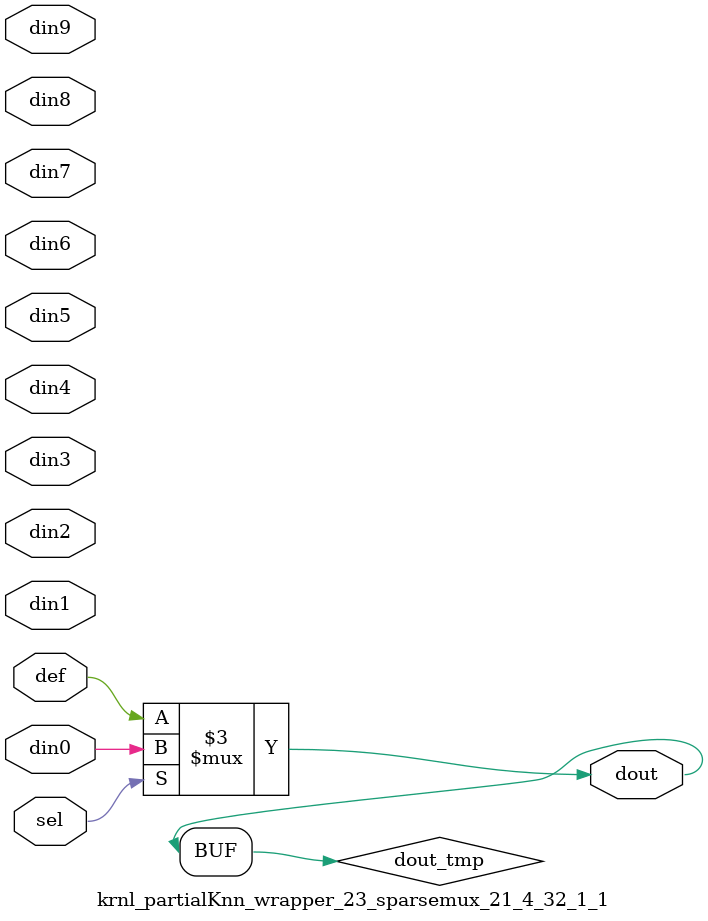
<source format=v>
`timescale 1ns / 1ps

module krnl_partialKnn_wrapper_23_sparsemux_21_4_32_1_1 (din0,din1,din2,din3,din4,din5,din6,din7,din8,din9,def,sel,dout);

parameter din0_WIDTH = 1;

parameter din1_WIDTH = 1;

parameter din2_WIDTH = 1;

parameter din3_WIDTH = 1;

parameter din4_WIDTH = 1;

parameter din5_WIDTH = 1;

parameter din6_WIDTH = 1;

parameter din7_WIDTH = 1;

parameter din8_WIDTH = 1;

parameter din9_WIDTH = 1;

parameter def_WIDTH = 1;
parameter sel_WIDTH = 1;
parameter dout_WIDTH = 1;

parameter [sel_WIDTH-1:0] CASE0 = 1;

parameter [sel_WIDTH-1:0] CASE1 = 1;

parameter [sel_WIDTH-1:0] CASE2 = 1;

parameter [sel_WIDTH-1:0] CASE3 = 1;

parameter [sel_WIDTH-1:0] CASE4 = 1;

parameter [sel_WIDTH-1:0] CASE5 = 1;

parameter [sel_WIDTH-1:0] CASE6 = 1;

parameter [sel_WIDTH-1:0] CASE7 = 1;

parameter [sel_WIDTH-1:0] CASE8 = 1;

parameter [sel_WIDTH-1:0] CASE9 = 1;

parameter ID = 1;
parameter NUM_STAGE = 1;



input [din0_WIDTH-1:0] din0;

input [din1_WIDTH-1:0] din1;

input [din2_WIDTH-1:0] din2;

input [din3_WIDTH-1:0] din3;

input [din4_WIDTH-1:0] din4;

input [din5_WIDTH-1:0] din5;

input [din6_WIDTH-1:0] din6;

input [din7_WIDTH-1:0] din7;

input [din8_WIDTH-1:0] din8;

input [din9_WIDTH-1:0] din9;

input [def_WIDTH-1:0] def;
input [sel_WIDTH-1:0] sel;

output [dout_WIDTH-1:0] dout;



reg [dout_WIDTH-1:0] dout_tmp;

always @ (*) begin
case (sel)
    
    CASE0 : dout_tmp = din0;
    
    CASE1 : dout_tmp = din1;
    
    CASE2 : dout_tmp = din2;
    
    CASE3 : dout_tmp = din3;
    
    CASE4 : dout_tmp = din4;
    
    CASE5 : dout_tmp = din5;
    
    CASE6 : dout_tmp = din6;
    
    CASE7 : dout_tmp = din7;
    
    CASE8 : dout_tmp = din8;
    
    CASE9 : dout_tmp = din9;
    
    default : dout_tmp = def;
endcase
end


assign dout = dout_tmp;



endmodule

</source>
